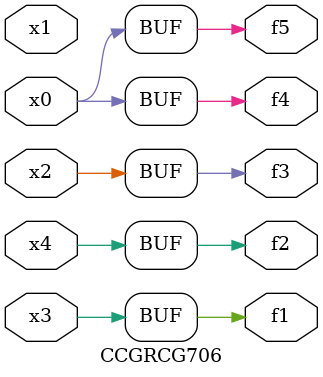
<source format=v>
module CCGRCG706(
	input x0, x1, x2, x3, x4,
	output f1, f2, f3, f4, f5
);
	assign f1 = x3;
	assign f2 = x4;
	assign f3 = x2;
	assign f4 = x0;
	assign f5 = x0;
endmodule

</source>
